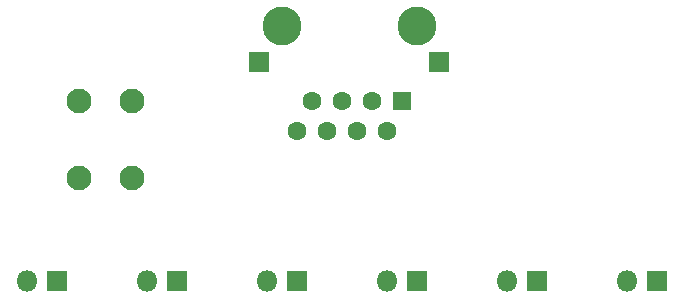
<source format=gbr>
%TF.GenerationSoftware,KiCad,Pcbnew,5.1.6-c6e7f7d~87~ubuntu18.04.1*%
%TF.CreationDate,2022-01-03T17:35:28+01:00*%
%TF.ProjectId,e-r-wifi-lf,652d722d-7769-4666-992d-6c662e6b6963,rev?*%
%TF.SameCoordinates,Original*%
%TF.FileFunction,Soldermask,Top*%
%TF.FilePolarity,Negative*%
%FSLAX46Y46*%
G04 Gerber Fmt 4.6, Leading zero omitted, Abs format (unit mm)*
G04 Created by KiCad (PCBNEW 5.1.6-c6e7f7d~87~ubuntu18.04.1) date 2022-01-03 17:35:28*
%MOMM*%
%LPD*%
G01*
G04 APERTURE LIST*
%ADD10R,1.800000X1.800000*%
%ADD11C,1.600000*%
%ADD12R,1.600000X1.600000*%
%ADD13C,3.300001*%
%ADD14C,3.300000*%
%ADD15O,1.800000X1.800000*%
%ADD16C,2.100000*%
G04 APERTURE END LIST*
D10*
%TO.C,J1*%
X138049000Y-119888000D03*
X122809000Y-119888000D03*
D11*
X125984000Y-125730000D03*
X127254000Y-123190000D03*
X128524000Y-125730000D03*
X129794000Y-123190000D03*
X131064000Y-125730000D03*
X132334000Y-123190000D03*
X133604000Y-125730000D03*
D12*
X134874000Y-123190000D03*
D13*
X136144000Y-116840000D03*
D14*
X124714000Y-116840000D03*
%TD*%
D10*
%TO.C,J2*%
X105664000Y-138430000D03*
D15*
X103124000Y-138430000D03*
%TD*%
%TO.C,J3*%
X113284000Y-138430000D03*
D10*
X115824000Y-138430000D03*
%TD*%
%TO.C,J4*%
X125984000Y-138430000D03*
D15*
X123444000Y-138430000D03*
%TD*%
%TO.C,J6*%
X133604000Y-138430000D03*
D10*
X136144000Y-138430000D03*
%TD*%
%TO.C,J7*%
X156464000Y-138430000D03*
D15*
X153924000Y-138430000D03*
%TD*%
D16*
%TO.C,SW1*%
X107514000Y-123190000D03*
X112014000Y-123190000D03*
X107514000Y-129690000D03*
X112014000Y-129690000D03*
%TD*%
D10*
%TO.C,J5*%
X146304000Y-138430000D03*
D15*
X143764000Y-138430000D03*
%TD*%
M02*

</source>
